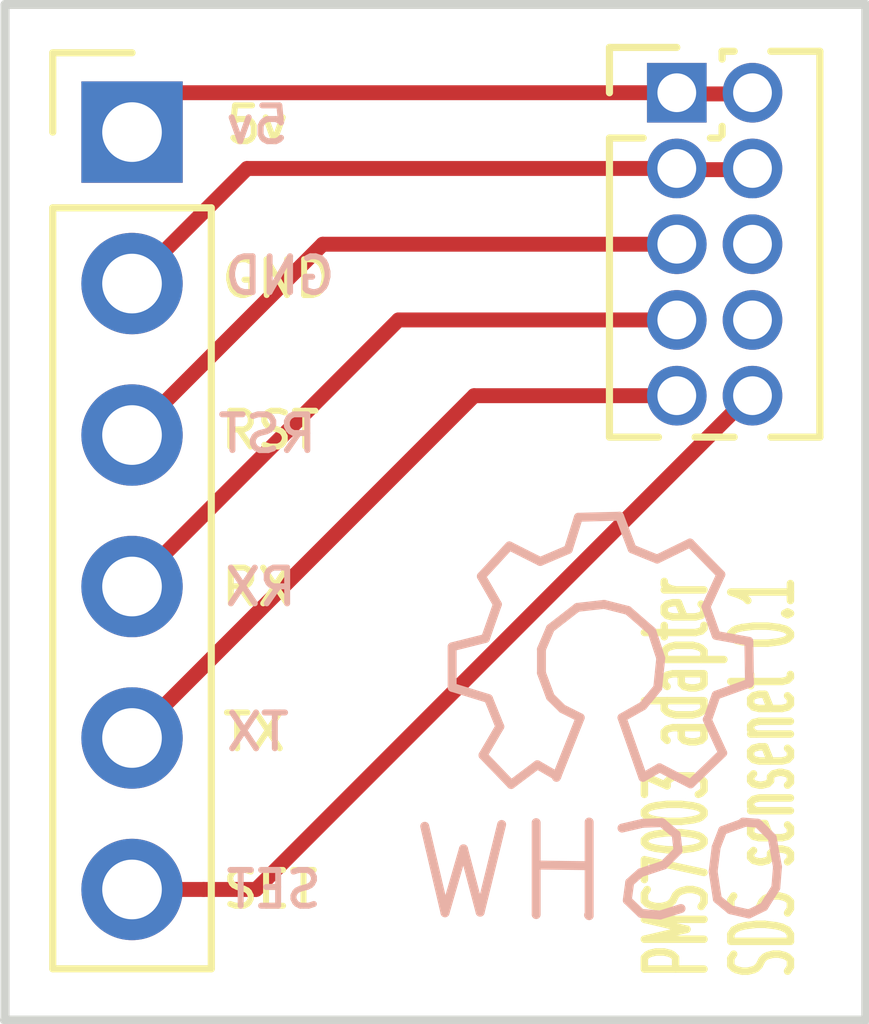
<source format=kicad_pcb>
(kicad_pcb (version 20171130) (host pcbnew 5.0.2+dfsg1-1)

  (general
    (thickness 1.6)
    (drawings 19)
    (tracks 16)
    (zones 0)
    (modules 3)
    (nets 7)
  )

  (page A4)
  (layers
    (0 F.Cu signal)
    (31 B.Cu signal)
    (32 B.Adhes user)
    (33 F.Adhes user)
    (34 B.Paste user)
    (35 F.Paste user)
    (36 B.SilkS user)
    (37 F.SilkS user)
    (38 B.Mask user)
    (39 F.Mask user)
    (40 Dwgs.User user)
    (41 Cmts.User user)
    (42 Eco1.User user)
    (43 Eco2.User user)
    (44 Edge.Cuts user)
    (45 Margin user)
    (46 B.CrtYd user)
    (47 F.CrtYd user)
    (48 B.Fab user)
    (49 F.Fab user)
  )

  (setup
    (last_trace_width 0.25)
    (trace_clearance 0.2)
    (zone_clearance 0.508)
    (zone_45_only no)
    (trace_min 0.2)
    (segment_width 0.2)
    (edge_width 0.15)
    (via_size 0.8)
    (via_drill 0.4)
    (via_min_size 0.4)
    (via_min_drill 0.3)
    (uvia_size 0.3)
    (uvia_drill 0.1)
    (uvias_allowed no)
    (uvia_min_size 0.2)
    (uvia_min_drill 0.1)
    (pcb_text_width 0.3)
    (pcb_text_size 1.5 1.5)
    (mod_edge_width 0.15)
    (mod_text_size 1 1)
    (mod_text_width 0.15)
    (pad_size 1.524 1.524)
    (pad_drill 0.762)
    (pad_to_mask_clearance 0.051)
    (solder_mask_min_width 0.25)
    (aux_axis_origin 0 0)
    (visible_elements FFFFFF7F)
    (pcbplotparams
      (layerselection 0x010fc_ffffffff)
      (usegerberextensions false)
      (usegerberattributes false)
      (usegerberadvancedattributes false)
      (creategerberjobfile false)
      (excludeedgelayer true)
      (linewidth 0.100000)
      (plotframeref false)
      (viasonmask false)
      (mode 1)
      (useauxorigin false)
      (hpglpennumber 1)
      (hpglpenspeed 20)
      (hpglpendiameter 15.000000)
      (psnegative false)
      (psa4output false)
      (plotreference true)
      (plotvalue true)
      (plotinvisibletext false)
      (padsonsilk false)
      (subtractmaskfromsilk false)
      (outputformat 1)
      (mirror false)
      (drillshape 0)
      (scaleselection 1)
      (outputdirectory "gerbers/"))
  )

  (net 0 "")
  (net 1 "Net-(J1-Pad1)")
  (net 2 "Net-(J1-Pad3)")
  (net 3 "Net-(J1-Pad5)")
  (net 4 "Net-(J1-Pad7)")
  (net 5 "Net-(J1-Pad9)")
  (net 6 "Net-(J1-Pad10)")

  (net_class Default "This is the default net class."
    (clearance 0.2)
    (trace_width 0.25)
    (via_dia 0.8)
    (via_drill 0.4)
    (uvia_dia 0.3)
    (uvia_drill 0.1)
    (add_net "Net-(J1-Pad1)")
    (add_net "Net-(J1-Pad10)")
    (add_net "Net-(J1-Pad3)")
    (add_net "Net-(J1-Pad5)")
    (add_net "Net-(J1-Pad7)")
    (add_net "Net-(J1-Pad9)")
  )

  (module Wickerlib:SYMBOL-OSHW-LOGO-SILK (layer B.Cu) (tedit 58157C96) (tstamp 5DCCBCCD)
    (at 153.79 49.97 180)
    (descr "Symbol, OSHW-Logo, Silk Screen,")
    (tags "Symbol, OSHW-Logo, Silk Screen,")
    (fp_text reference REF** (at 0.09906 4.38912 180) (layer B.Fab) hide
      (effects (font (size 1 1) (thickness 0.15)) (justify mirror))
    )
    (fp_text value SYMBOL-OSHW-LOGO-SILK (at 0.30988 -6.56082 180) (layer B.Fab) hide
      (effects (font (size 1 1) (thickness 0.15)) (justify mirror))
    )
    (fp_line (start 3.3 2.9) (end 3.2 2.9) (layer B.CrtYd) (width 0.0508))
    (fp_line (start 3.3 -4.6) (end 3.3 2.9) (layer B.CrtYd) (width 0.0508))
    (fp_line (start -3.3 -4.6) (end 3.3 -4.6) (layer B.CrtYd) (width 0.0508))
    (fp_line (start -3.3 2.9) (end -3.3 -4.6) (layer B.CrtYd) (width 0.0508))
    (fp_line (start 3.2 2.9) (end -3.3 2.9) (layer B.CrtYd) (width 0.0508))
    (fp_line (start 1.66878 -2.68986) (end 2.02946 -4.16052) (layer B.SilkS) (width 0.15))
    (fp_line (start 2.02946 -4.16052) (end 2.30886 -3.0988) (layer B.SilkS) (width 0.15))
    (fp_line (start 2.30886 -3.0988) (end 2.61874 -4.17068) (layer B.SilkS) (width 0.15))
    (fp_line (start 2.61874 -4.17068) (end 2.9591 -2.72034) (layer B.SilkS) (width 0.15))
    (fp_line (start 0.24892 -3.38074) (end 1.03886 -3.37058) (layer B.SilkS) (width 0.15))
    (fp_line (start 1.03886 -3.37058) (end 1.04902 -3.38074) (layer B.SilkS) (width 0.15))
    (fp_line (start 1.04902 -3.38074) (end 1.04902 -3.37058) (layer B.SilkS) (width 0.15))
    (fp_line (start 1.08966 -2.65938) (end 1.08966 -4.20116) (layer B.SilkS) (width 0.15))
    (fp_line (start 0.20066 -2.64922) (end 0.20066 -4.21894) (layer B.SilkS) (width 0.15))
    (fp_line (start 0.20066 -4.21894) (end 0.21082 -4.20878) (layer B.SilkS) (width 0.15))
    (fp_line (start -0.35052 -2.75082) (end -0.70104 -2.66954) (layer B.SilkS) (width 0.15))
    (fp_line (start -0.70104 -2.66954) (end -1.02108 -2.65938) (layer B.SilkS) (width 0.15))
    (fp_line (start -1.02108 -2.65938) (end -1.25984 -2.86004) (layer B.SilkS) (width 0.15))
    (fp_line (start -1.25984 -2.86004) (end -1.29032 -3.12928) (layer B.SilkS) (width 0.15))
    (fp_line (start -1.29032 -3.12928) (end -1.04902 -3.37058) (layer B.SilkS) (width 0.15))
    (fp_line (start -1.04902 -3.37058) (end -0.6604 -3.50012) (layer B.SilkS) (width 0.15))
    (fp_line (start -0.6604 -3.50012) (end -0.48006 -3.66014) (layer B.SilkS) (width 0.15))
    (fp_line (start -0.48006 -3.66014) (end -0.43942 -3.95986) (layer B.SilkS) (width 0.15))
    (fp_line (start -0.43942 -3.95986) (end -0.67056 -4.18084) (layer B.SilkS) (width 0.15))
    (fp_line (start -0.67056 -4.18084) (end -0.9906 -4.20878) (layer B.SilkS) (width 0.15))
    (fp_line (start -0.9906 -4.20878) (end -1.34112 -4.09956) (layer B.SilkS) (width 0.15))
    (fp_line (start -2.37998 -2.64922) (end -2.6289 -2.66954) (layer B.SilkS) (width 0.15))
    (fp_line (start -2.6289 -2.66954) (end -2.8702 -2.91084) (layer B.SilkS) (width 0.15))
    (fp_line (start -2.8702 -2.91084) (end -2.9591 -3.40106) (layer B.SilkS) (width 0.15))
    (fp_line (start -2.9591 -3.40106) (end -2.93116 -3.74904) (layer B.SilkS) (width 0.15))
    (fp_line (start -2.93116 -3.74904) (end -2.7305 -4.06908) (layer B.SilkS) (width 0.15))
    (fp_line (start -2.7305 -4.06908) (end -2.47904 -4.191) (layer B.SilkS) (width 0.15))
    (fp_line (start -2.47904 -4.191) (end -2.16916 -4.11988) (layer B.SilkS) (width 0.15))
    (fp_line (start -2.16916 -4.11988) (end -1.95072 -3.93954) (layer B.SilkS) (width 0.15))
    (fp_line (start -1.95072 -3.93954) (end -1.8796 -3.4798) (layer B.SilkS) (width 0.15))
    (fp_line (start -1.8796 -3.4798) (end -1.9304 -3.07086) (layer B.SilkS) (width 0.15))
    (fp_line (start -1.9304 -3.07086) (end -2.03962 -2.78892) (layer B.SilkS) (width 0.15))
    (fp_line (start -2.03962 -2.78892) (end -2.4003 -2.65938) (layer B.SilkS) (width 0.15))
    (fp_line (start -1.78054 -0.92964) (end -2.03962 -1.49098) (layer B.SilkS) (width 0.15))
    (fp_line (start -2.03962 -1.49098) (end -1.50114 -2.00914) (layer B.SilkS) (width 0.15))
    (fp_line (start -1.50114 -2.00914) (end -0.98044 -1.7399) (layer B.SilkS) (width 0.15))
    (fp_line (start -0.98044 -1.7399) (end -0.70104 -1.89992) (layer B.SilkS) (width 0.15))
    (fp_line (start 0.73914 -1.8796) (end 1.06934 -1.6891) (layer B.SilkS) (width 0.15))
    (fp_line (start 1.06934 -1.6891) (end 1.50876 -2.0193) (layer B.SilkS) (width 0.15))
    (fp_line (start 1.50876 -2.0193) (end 1.9812 -1.52908) (layer B.SilkS) (width 0.15))
    (fp_line (start 1.9812 -1.52908) (end 1.69926 -1.04902) (layer B.SilkS) (width 0.15))
    (fp_line (start 1.69926 -1.04902) (end 1.88976 -0.57912) (layer B.SilkS) (width 0.15))
    (fp_line (start 1.88976 -0.57912) (end 2.49936 -0.39116) (layer B.SilkS) (width 0.15))
    (fp_line (start 2.49936 -0.39116) (end 2.49936 0.28956) (layer B.SilkS) (width 0.15))
    (fp_line (start 2.49936 0.28956) (end 1.94056 0.42926) (layer B.SilkS) (width 0.15))
    (fp_line (start 1.94056 0.42926) (end 1.7399 1.00076) (layer B.SilkS) (width 0.15))
    (fp_line (start 1.7399 1.00076) (end 2.00914 1.47066) (layer B.SilkS) (width 0.15))
    (fp_line (start 2.00914 1.47066) (end 1.53924 1.9812) (layer B.SilkS) (width 0.15))
    (fp_line (start 1.53924 1.9812) (end 1.02108 1.71958) (layer B.SilkS) (width 0.15))
    (fp_line (start 1.02108 1.71958) (end 0.55118 1.92024) (layer B.SilkS) (width 0.15))
    (fp_line (start 0.55118 1.92024) (end 0.381 2.46126) (layer B.SilkS) (width 0.15))
    (fp_line (start 0.381 2.46126) (end -0.30988 2.47904) (layer B.SilkS) (width 0.15))
    (fp_line (start -0.30988 2.47904) (end -0.5207 1.9304) (layer B.SilkS) (width 0.15))
    (fp_line (start -0.5207 1.9304) (end -0.9398 1.76022) (layer B.SilkS) (width 0.15))
    (fp_line (start -0.9398 1.76022) (end -1.49098 2.02946) (layer B.SilkS) (width 0.15))
    (fp_line (start -1.49098 2.02946) (end -2.00914 1.50114) (layer B.SilkS) (width 0.15))
    (fp_line (start -2.00914 1.50114) (end -1.76022 0.96012) (layer B.SilkS) (width 0.15))
    (fp_line (start -1.76022 0.96012) (end -1.9304 0.48006) (layer B.SilkS) (width 0.15))
    (fp_line (start -1.9304 0.48006) (end -2.47904 0.381) (layer B.SilkS) (width 0.15))
    (fp_line (start -2.47904 0.381) (end -2.4892 -0.32004) (layer B.SilkS) (width 0.15))
    (fp_line (start -2.4892 -0.32004) (end -1.9304 -0.5207) (layer B.SilkS) (width 0.15))
    (fp_line (start -1.9304 -0.5207) (end -1.7907 -0.91948) (layer B.SilkS) (width 0.15))
    (fp_line (start 0.35052 -0.89916) (end 0.65024 -0.7493) (layer B.SilkS) (width 0.15))
    (fp_line (start 0.65024 -0.7493) (end 0.8509 -0.55118) (layer B.SilkS) (width 0.15))
    (fp_line (start 0.8509 -0.55118) (end 1.00076 -0.14986) (layer B.SilkS) (width 0.15))
    (fp_line (start 1.00076 -0.14986) (end 1.00076 0.24892) (layer B.SilkS) (width 0.15))
    (fp_line (start 1.00076 0.24892) (end 0.8509 0.59944) (layer B.SilkS) (width 0.15))
    (fp_line (start 0.8509 0.59944) (end 0.39878 0.94996) (layer B.SilkS) (width 0.15))
    (fp_line (start 0.39878 0.94996) (end -0.0508 1.00076) (layer B.SilkS) (width 0.15))
    (fp_line (start -0.0508 1.00076) (end -0.44958 0.89916) (layer B.SilkS) (width 0.15))
    (fp_line (start -0.44958 0.89916) (end -0.8509 0.55118) (layer B.SilkS) (width 0.15))
    (fp_line (start -0.8509 0.55118) (end -1.00076 0.09906) (layer B.SilkS) (width 0.15))
    (fp_line (start -1.00076 0.09906) (end -0.94996 -0.39878) (layer B.SilkS) (width 0.15))
    (fp_line (start -0.94996 -0.39878) (end -0.70104 -0.70104) (layer B.SilkS) (width 0.15))
    (fp_line (start -0.70104 -0.70104) (end -0.35052 -0.89916) (layer B.SilkS) (width 0.15))
    (fp_line (start -0.35052 -0.89916) (end -0.70104 -1.89992) (layer B.SilkS) (width 0.15))
    (fp_line (start 0.35052 -0.89916) (end 0.7493 -1.89992) (layer B.SilkS) (width 0.15))
  )

  (module Pin_Headers:Pin_Header_Straight_2x05_Pitch1.27mm (layer F.Cu) (tedit 5DCCB710) (tstamp 5DBBA2EB)
    (at 155.06 40.39)
    (descr "Through hole straight pin header, 2x05, 1.27mm pitch, double rows")
    (tags "Through hole pin header THT 2x05 1.27mm double row")
    (path /5D9AB594)
    (fp_text reference J1 (at 1.82 6.81) (layer F.SilkS) hide
      (effects (font (size 1 1) (thickness 0.15)))
    )
    (fp_text value Conn_02x05_Odd_Even (at -1.15 -5.46) (layer F.Fab) hide
      (effects (font (size 1 1) (thickness 0.15)))
    )
    (fp_line (start -0.2175 -0.635) (end 2.34 -0.635) (layer F.Fab) (width 0.1))
    (fp_line (start 2.34 -0.635) (end 2.34 5.715) (layer F.Fab) (width 0.1))
    (fp_line (start 2.34 5.715) (end -1.07 5.715) (layer F.Fab) (width 0.1))
    (fp_line (start -1.07 5.715) (end -1.07 0.2175) (layer F.Fab) (width 0.1))
    (fp_line (start -1.07 0.2175) (end -0.2175 -0.635) (layer F.Fab) (width 0.1))
    (fp_line (start -1.13 5.775) (end -0.30753 5.775) (layer F.SilkS) (width 0.12))
    (fp_line (start 1.57753 5.775) (end 2.4 5.775) (layer F.SilkS) (width 0.12))
    (fp_line (start 0.30753 5.775) (end 0.96247 5.775) (layer F.SilkS) (width 0.12))
    (fp_line (start -1.13 0.76) (end -1.13 5.775) (layer F.SilkS) (width 0.12))
    (fp_line (start 2.4 -0.695) (end 2.4 5.775) (layer F.SilkS) (width 0.12))
    (fp_line (start -1.13 0.76) (end -0.563471 0.76) (layer F.SilkS) (width 0.12))
    (fp_line (start 0.563471 0.76) (end 0.706529 0.76) (layer F.SilkS) (width 0.12))
    (fp_line (start 0.76 0.706529) (end 0.76 0.563471) (layer F.SilkS) (width 0.12))
    (fp_line (start 0.76 -0.563471) (end 0.76 -0.695) (layer F.SilkS) (width 0.12))
    (fp_line (start 0.76 -0.695) (end 0.96247 -0.695) (layer F.SilkS) (width 0.12))
    (fp_line (start 1.57753 -0.695) (end 2.4 -0.695) (layer F.SilkS) (width 0.12))
    (fp_line (start -1.13 0) (end -1.13 -0.76) (layer F.SilkS) (width 0.12))
    (fp_line (start -1.13 -0.76) (end 0 -0.76) (layer F.SilkS) (width 0.12))
    (fp_line (start -1.6 -1.15) (end -1.6 6.25) (layer F.CrtYd) (width 0.05))
    (fp_line (start -1.6 6.25) (end 2.85 6.25) (layer F.CrtYd) (width 0.05))
    (fp_line (start 2.85 6.25) (end 2.85 -1.15) (layer F.CrtYd) (width 0.05))
    (fp_line (start 2.85 -1.15) (end -1.6 -1.15) (layer F.CrtYd) (width 0.05))
    (fp_text user %R (at 0.635 2.54 90) (layer F.Fab) hide
      (effects (font (size 1 1) (thickness 0.15)))
    )
    (pad 1 thru_hole rect (at 0 0) (size 1 1) (drill 0.65) (layers *.Cu *.Mask)
      (net 1 "Net-(J1-Pad1)"))
    (pad 2 thru_hole oval (at 1.27 0) (size 1 1) (drill 0.65) (layers *.Cu *.Mask)
      (net 1 "Net-(J1-Pad1)"))
    (pad 3 thru_hole oval (at 0 1.27) (size 1 1) (drill 0.65) (layers *.Cu *.Mask)
      (net 2 "Net-(J1-Pad3)"))
    (pad 4 thru_hole oval (at 1.27 1.27) (size 1 1) (drill 0.65) (layers *.Cu *.Mask)
      (net 2 "Net-(J1-Pad3)"))
    (pad 5 thru_hole oval (at 0 2.54) (size 1 1) (drill 0.65) (layers *.Cu *.Mask)
      (net 3 "Net-(J1-Pad5)"))
    (pad 6 thru_hole oval (at 1.27 2.54) (size 1 1) (drill 0.65) (layers *.Cu *.Mask))
    (pad 7 thru_hole oval (at 0 3.81) (size 1 1) (drill 0.65) (layers *.Cu *.Mask)
      (net 4 "Net-(J1-Pad7)"))
    (pad 8 thru_hole oval (at 1.27 3.81) (size 1 1) (drill 0.65) (layers *.Cu *.Mask))
    (pad 9 thru_hole oval (at 0 5.08) (size 1 1) (drill 0.65) (layers *.Cu *.Mask)
      (net 5 "Net-(J1-Pad9)"))
    (pad 10 thru_hole oval (at 1.27 5.08) (size 1 1) (drill 0.65) (layers *.Cu *.Mask)
      (net 6 "Net-(J1-Pad10)"))
    (model ${KISYS3DMOD}/Pin_Headers.3dshapes/Pin_Header_Straight_2x05_Pitch1.27mm.wrl
      (at (xyz 0 0 0))
      (scale (xyz 1 1 1))
      (rotate (xyz 0 0 0))
    )
  )

  (module Pin_Headers:Pin_Header_Straight_1x06_Pitch2.54mm (layer F.Cu) (tedit 5DCCB71A) (tstamp 5DA0CE37)
    (at 145.92 41.05)
    (descr "Through hole straight pin header, 1x06, 2.54mm pitch, single row")
    (tags "Through hole pin header THT 1x06 2.54mm single row")
    (path /5D9B6DB9)
    (fp_text reference J2 (at 2.45 13.43) (layer F.SilkS) hide
      (effects (font (size 1 1) (thickness 0.15)))
    )
    (fp_text value Conn_01x06 (at 0 15.03) (layer F.Fab) hide
      (effects (font (size 1 1) (thickness 0.15)))
    )
    (fp_text user %R (at 12.68 8.38 90) (layer F.Fab) hide
      (effects (font (size 1 1) (thickness 0.15)))
    )
    (fp_line (start 1.8 -1.8) (end -1.8 -1.8) (layer F.CrtYd) (width 0.05))
    (fp_line (start 1.8 14.5) (end 1.8 -1.8) (layer F.CrtYd) (width 0.05))
    (fp_line (start -1.8 14.5) (end 1.8 14.5) (layer F.CrtYd) (width 0.05))
    (fp_line (start -1.8 -1.8) (end -1.8 14.5) (layer F.CrtYd) (width 0.05))
    (fp_line (start -1.33 -1.33) (end 0 -1.33) (layer F.SilkS) (width 0.12))
    (fp_line (start -1.33 0) (end -1.33 -1.33) (layer F.SilkS) (width 0.12))
    (fp_line (start -1.33 1.27) (end 1.33 1.27) (layer F.SilkS) (width 0.12))
    (fp_line (start 1.33 1.27) (end 1.33 14.03) (layer F.SilkS) (width 0.12))
    (fp_line (start -1.33 1.27) (end -1.33 14.03) (layer F.SilkS) (width 0.12))
    (fp_line (start -1.33 14.03) (end 1.33 14.03) (layer F.SilkS) (width 0.12))
    (fp_line (start -1.27 -0.635) (end -0.635 -1.27) (layer F.Fab) (width 0.1))
    (fp_line (start -1.27 13.97) (end -1.27 -0.635) (layer F.Fab) (width 0.1))
    (fp_line (start 1.27 13.97) (end -1.27 13.97) (layer F.Fab) (width 0.1))
    (fp_line (start 1.27 -1.27) (end 1.27 13.97) (layer F.Fab) (width 0.1))
    (fp_line (start -0.635 -1.27) (end 1.27 -1.27) (layer F.Fab) (width 0.1))
    (pad 6 thru_hole oval (at 0 12.7) (size 1.7 1.7) (drill 1) (layers *.Cu *.Mask)
      (net 6 "Net-(J1-Pad10)"))
    (pad 5 thru_hole oval (at 0 10.16) (size 1.7 1.7) (drill 1) (layers *.Cu *.Mask)
      (net 5 "Net-(J1-Pad9)"))
    (pad 4 thru_hole oval (at 0 7.62) (size 1.7 1.7) (drill 1) (layers *.Cu *.Mask)
      (net 4 "Net-(J1-Pad7)"))
    (pad 3 thru_hole oval (at 0 5.08) (size 1.7 1.7) (drill 1) (layers *.Cu *.Mask)
      (net 3 "Net-(J1-Pad5)"))
    (pad 2 thru_hole oval (at 0 2.54) (size 1.7 1.7) (drill 1) (layers *.Cu *.Mask)
      (net 2 "Net-(J1-Pad3)"))
    (pad 1 thru_hole rect (at 0 0) (size 1.7 1.7) (drill 1) (layers *.Cu *.Mask)
      (net 1 "Net-(J1-Pad1)"))
    (model ${KISYS3DMOD}/Pin_Headers.3dshapes/Pin_Header_Straight_1x06_Pitch2.54mm.wrl
      (at (xyz 0 0 0))
      (scale (xyz 1 1 1))
      (rotate (xyz 0 0 0))
    )
  )

  (gr_text SET (at 148.3 53.75) (layer B.SilkS) (tstamp 5DCCCA94)
    (effects (font (size 0.6 0.6) (thickness 0.1)) (justify mirror))
  )
  (gr_text TX (at 148.03 51.11) (layer B.SilkS) (tstamp 5DCCCA90)
    (effects (font (size 0.6 0.6) (thickness 0.1)) (justify mirror))
  )
  (gr_text RX (at 148.08 48.68) (layer B.SilkS) (tstamp 5DCCCA8A)
    (effects (font (size 0.6 0.6) (thickness 0.1)) (justify mirror))
  )
  (gr_text RST (at 148.19 46.11) (layer B.SilkS) (tstamp 5DCCCA84)
    (effects (font (size 0.6 0.6) (thickness 0.1)) (justify mirror))
  )
  (gr_text GND (at 148.4 43.46) (layer B.SilkS) (tstamp 5DCCCA79)
    (effects (font (size 0.6 0.6) (thickness 0.1)) (justify mirror))
  )
  (gr_text 5v (at 148.02 40.93) (layer B.SilkS) (tstamp 5DCCC100)
    (effects (font (size 0.6 0.6) (thickness 0.1)) (justify mirror))
  )
  (gr_text SET (at 148.24 53.75) (layer F.SilkS) (tstamp 5DCCC100)
    (effects (font (size 0.6 0.6) (thickness 0.1)))
  )
  (gr_text TX (at 147.97 51.11) (layer F.SilkS) (tstamp 5DCCC100)
    (effects (font (size 0.6 0.6) (thickness 0.1)))
  )
  (gr_text RX (at 148.02 48.68) (layer F.SilkS) (tstamp 5DCCC100)
    (effects (font (size 0.6 0.6) (thickness 0.1)))
  )
  (gr_text RST (at 148.24 46.05) (layer F.SilkS) (tstamp 5DCCC100)
    (effects (font (size 0.6 0.6) (thickness 0.1)))
  )
  (gr_text GND (at 148.35 43.51) (layer F.SilkS) (tstamp 5DCCC100)
    (effects (font (size 0.6 0.6) (thickness 0.1)))
  )
  (gr_text 5v (at 148.02 40.93) (layer F.SilkS)
    (effects (font (size 0.6 0.6) (thickness 0.1)))
  )
  (gr_line (start 143.8 55.94) (end 143.78 55.94) (layer Edge.Cuts) (width 0.15))
  (gr_line (start 158.23 55.94) (end 143.8 55.94) (layer Edge.Cuts) (width 0.15))
  (gr_line (start 158.23 38.91) (end 158.23 55.94) (layer Edge.Cuts) (width 0.15))
  (gr_line (start 143.79 38.91) (end 158.23 38.91) (layer Edge.Cuts) (width 0.15))
  (gr_line (start 143.79 55.94) (end 143.79 38.91) (layer Edge.Cuts) (width 0.15))
  (gr_text "SDS sensenet 0.1" (at 156.51 51.87 90) (layer F.SilkS) (tstamp 5DBBA630)
    (effects (font (size 1 0.5) (thickness 0.125)))
  )
  (gr_text "PMS7003 adapter" (at 155.06 51.87 90) (layer F.SilkS) (tstamp 5DCCCD55)
    (effects (font (size 1 0.5) (thickness 0.125)))
  )

  (segment (start 156.42 40.41) (end 155.15 40.41) (width 0.25) (layer F.Cu) (net 1))
  (segment (start 146.58 40.39) (end 145.92 41.05) (width 0.25) (layer F.Cu) (net 1))
  (segment (start 155.06 40.39) (end 146.58 40.39) (width 0.25) (layer F.Cu) (net 1))
  (segment (start 156.42 41.68) (end 155.15 41.68) (width 0.25) (layer F.Cu) (net 2))
  (segment (start 147.85 41.66) (end 145.92 43.59) (width 0.25) (layer F.Cu) (net 2))
  (segment (start 155.06 41.66) (end 147.85 41.66) (width 0.25) (layer F.Cu) (net 2))
  (segment (start 149.12 42.93) (end 145.92 46.13) (width 0.25) (layer F.Cu) (net 3))
  (segment (start 155.06 42.93) (end 149.12 42.93) (width 0.25) (layer F.Cu) (net 3))
  (segment (start 150.39 44.2) (end 145.92 48.67) (width 0.25) (layer F.Cu) (net 4))
  (segment (start 155.06 44.2) (end 150.39 44.2) (width 0.25) (layer F.Cu) (net 4))
  (segment (start 151.66 45.47) (end 145.92 51.21) (width 0.25) (layer F.Cu) (net 5))
  (segment (start 155.06 45.47) (end 151.66 45.47) (width 0.25) (layer F.Cu) (net 5))
  (segment (start 156.281002 45.47) (end 148.001002 53.75) (width 0.25) (layer F.Cu) (net 6))
  (segment (start 147.122081 53.75) (end 145.92 53.75) (width 0.25) (layer F.Cu) (net 6))
  (segment (start 148.001002 53.75) (end 147.122081 53.75) (width 0.25) (layer F.Cu) (net 6))
  (segment (start 156.33 45.47) (end 156.281002 45.47) (width 0.25) (layer F.Cu) (net 6))

)

</source>
